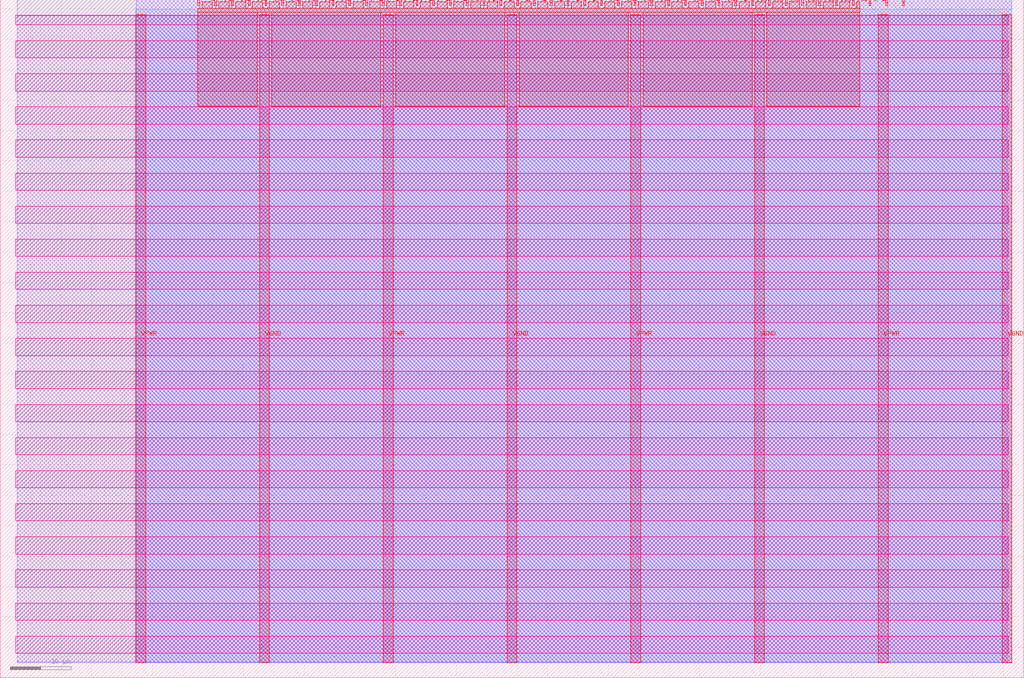
<source format=lef>
VERSION 5.7 ;
  NOWIREEXTENSIONATPIN ON ;
  DIVIDERCHAR "/" ;
  BUSBITCHARS "[]" ;
MACRO tt_um_czlucius_alu
  CLASS BLOCK ;
  FOREIGN tt_um_czlucius_alu ;
  ORIGIN 0.000 0.000 ;
  SIZE 168.360 BY 111.520 ;
  PIN VGND
    DIRECTION INOUT ;
    USE GROUND ;
    PORT
      LAYER met4 ;
        RECT 42.670 2.480 44.270 109.040 ;
    END
    PORT
      LAYER met4 ;
        RECT 83.380 2.480 84.980 109.040 ;
    END
    PORT
      LAYER met4 ;
        RECT 124.090 2.480 125.690 109.040 ;
    END
    PORT
      LAYER met4 ;
        RECT 164.800 2.480 166.400 109.040 ;
    END
  END VGND
  PIN VPWR
    DIRECTION INOUT ;
    USE POWER ;
    PORT
      LAYER met4 ;
        RECT 22.315 2.480 23.915 109.040 ;
    END
    PORT
      LAYER met4 ;
        RECT 63.025 2.480 64.625 109.040 ;
    END
    PORT
      LAYER met4 ;
        RECT 103.735 2.480 105.335 109.040 ;
    END
    PORT
      LAYER met4 ;
        RECT 144.445 2.480 146.045 109.040 ;
    END
  END VPWR
  PIN clk
    DIRECTION INPUT ;
    USE SIGNAL ;
    PORT
      LAYER met4 ;
        RECT 145.670 110.520 145.970 111.520 ;
    END
  END clk
  PIN ena
    DIRECTION INPUT ;
    USE SIGNAL ;
    PORT
      LAYER met4 ;
        RECT 148.430 110.520 148.730 111.520 ;
    END
  END ena
  PIN rst_n
    DIRECTION INPUT ;
    USE SIGNAL ;
    PORT
      LAYER met4 ;
        RECT 142.910 110.520 143.210 111.520 ;
    END
  END rst_n
  PIN ui_in[0]
    DIRECTION INPUT ;
    USE SIGNAL ;
    ANTENNAGATEAREA 0.126000 ;
    PORT
      LAYER met4 ;
        RECT 140.150 110.520 140.450 111.520 ;
    END
  END ui_in[0]
  PIN ui_in[1]
    DIRECTION INPUT ;
    USE SIGNAL ;
    ANTENNAGATEAREA 0.159000 ;
    PORT
      LAYER met4 ;
        RECT 137.390 110.520 137.690 111.520 ;
    END
  END ui_in[1]
  PIN ui_in[2]
    DIRECTION INPUT ;
    USE SIGNAL ;
    ANTENNAGATEAREA 0.126000 ;
    PORT
      LAYER met4 ;
        RECT 134.630 110.520 134.930 111.520 ;
    END
  END ui_in[2]
  PIN ui_in[3]
    DIRECTION INPUT ;
    USE SIGNAL ;
    ANTENNAGATEAREA 0.213000 ;
    PORT
      LAYER met4 ;
        RECT 131.870 110.520 132.170 111.520 ;
    END
  END ui_in[3]
  PIN ui_in[4]
    DIRECTION INPUT ;
    USE SIGNAL ;
    ANTENNAGATEAREA 0.196500 ;
    PORT
      LAYER met4 ;
        RECT 129.110 110.520 129.410 111.520 ;
    END
  END ui_in[4]
  PIN ui_in[5]
    DIRECTION INPUT ;
    USE SIGNAL ;
    ANTENNAGATEAREA 0.196500 ;
    PORT
      LAYER met4 ;
        RECT 126.350 110.520 126.650 111.520 ;
    END
  END ui_in[5]
  PIN ui_in[6]
    DIRECTION INPUT ;
    USE SIGNAL ;
    ANTENNAGATEAREA 0.196500 ;
    PORT
      LAYER met4 ;
        RECT 123.590 110.520 123.890 111.520 ;
    END
  END ui_in[6]
  PIN ui_in[7]
    DIRECTION INPUT ;
    USE SIGNAL ;
    ANTENNAGATEAREA 0.213000 ;
    PORT
      LAYER met4 ;
        RECT 120.830 110.520 121.130 111.520 ;
    END
  END ui_in[7]
  PIN uio_in[0]
    DIRECTION INPUT ;
    USE SIGNAL ;
    ANTENNAGATEAREA 0.213000 ;
    PORT
      LAYER met4 ;
        RECT 118.070 110.520 118.370 111.520 ;
    END
  END uio_in[0]
  PIN uio_in[1]
    DIRECTION INPUT ;
    USE SIGNAL ;
    ANTENNAGATEAREA 0.159000 ;
    PORT
      LAYER met4 ;
        RECT 115.310 110.520 115.610 111.520 ;
    END
  END uio_in[1]
  PIN uio_in[2]
    DIRECTION INPUT ;
    USE SIGNAL ;
    ANTENNAGATEAREA 0.196500 ;
    PORT
      LAYER met4 ;
        RECT 112.550 110.520 112.850 111.520 ;
    END
  END uio_in[2]
  PIN uio_in[3]
    DIRECTION INPUT ;
    USE SIGNAL ;
    ANTENNAGATEAREA 0.196500 ;
    PORT
      LAYER met4 ;
        RECT 109.790 110.520 110.090 111.520 ;
    END
  END uio_in[3]
  PIN uio_in[4]
    DIRECTION INPUT ;
    USE SIGNAL ;
    ANTENNAGATEAREA 0.196500 ;
    PORT
      LAYER met4 ;
        RECT 107.030 110.520 107.330 111.520 ;
    END
  END uio_in[4]
  PIN uio_in[5]
    DIRECTION INPUT ;
    USE SIGNAL ;
    ANTENNAGATEAREA 0.196500 ;
    PORT
      LAYER met4 ;
        RECT 104.270 110.520 104.570 111.520 ;
    END
  END uio_in[5]
  PIN uio_in[6]
    DIRECTION INPUT ;
    USE SIGNAL ;
    ANTENNAGATEAREA 0.196500 ;
    PORT
      LAYER met4 ;
        RECT 101.510 110.520 101.810 111.520 ;
    END
  END uio_in[6]
  PIN uio_in[7]
    DIRECTION INPUT ;
    USE SIGNAL ;
    ANTENNAGATEAREA 0.196500 ;
    PORT
      LAYER met4 ;
        RECT 98.750 110.520 99.050 111.520 ;
    END
  END uio_in[7]
  PIN uio_oe[0]
    DIRECTION OUTPUT TRISTATE ;
    USE SIGNAL ;
    PORT
      LAYER met4 ;
        RECT 51.830 110.520 52.130 111.520 ;
    END
  END uio_oe[0]
  PIN uio_oe[1]
    DIRECTION OUTPUT TRISTATE ;
    USE SIGNAL ;
    PORT
      LAYER met4 ;
        RECT 49.070 110.520 49.370 111.520 ;
    END
  END uio_oe[1]
  PIN uio_oe[2]
    DIRECTION OUTPUT TRISTATE ;
    USE SIGNAL ;
    PORT
      LAYER met4 ;
        RECT 46.310 110.520 46.610 111.520 ;
    END
  END uio_oe[2]
  PIN uio_oe[3]
    DIRECTION OUTPUT TRISTATE ;
    USE SIGNAL ;
    PORT
      LAYER met4 ;
        RECT 43.550 110.520 43.850 111.520 ;
    END
  END uio_oe[3]
  PIN uio_oe[4]
    DIRECTION OUTPUT TRISTATE ;
    USE SIGNAL ;
    PORT
      LAYER met4 ;
        RECT 40.790 110.520 41.090 111.520 ;
    END
  END uio_oe[4]
  PIN uio_oe[5]
    DIRECTION OUTPUT TRISTATE ;
    USE SIGNAL ;
    PORT
      LAYER met4 ;
        RECT 38.030 110.520 38.330 111.520 ;
    END
  END uio_oe[5]
  PIN uio_oe[6]
    DIRECTION OUTPUT TRISTATE ;
    USE SIGNAL ;
    PORT
      LAYER met4 ;
        RECT 35.270 110.520 35.570 111.520 ;
    END
  END uio_oe[6]
  PIN uio_oe[7]
    DIRECTION OUTPUT TRISTATE ;
    USE SIGNAL ;
    PORT
      LAYER met4 ;
        RECT 32.510 110.520 32.810 111.520 ;
    END
  END uio_oe[7]
  PIN uio_out[0]
    DIRECTION OUTPUT TRISTATE ;
    USE SIGNAL ;
    PORT
      LAYER met4 ;
        RECT 73.910 110.520 74.210 111.520 ;
    END
  END uio_out[0]
  PIN uio_out[1]
    DIRECTION OUTPUT TRISTATE ;
    USE SIGNAL ;
    PORT
      LAYER met4 ;
        RECT 71.150 110.520 71.450 111.520 ;
    END
  END uio_out[1]
  PIN uio_out[2]
    DIRECTION OUTPUT TRISTATE ;
    USE SIGNAL ;
    PORT
      LAYER met4 ;
        RECT 68.390 110.520 68.690 111.520 ;
    END
  END uio_out[2]
  PIN uio_out[3]
    DIRECTION OUTPUT TRISTATE ;
    USE SIGNAL ;
    PORT
      LAYER met4 ;
        RECT 65.630 110.520 65.930 111.520 ;
    END
  END uio_out[3]
  PIN uio_out[4]
    DIRECTION OUTPUT TRISTATE ;
    USE SIGNAL ;
    PORT
      LAYER met4 ;
        RECT 62.870 110.520 63.170 111.520 ;
    END
  END uio_out[4]
  PIN uio_out[5]
    DIRECTION OUTPUT TRISTATE ;
    USE SIGNAL ;
    PORT
      LAYER met4 ;
        RECT 60.110 110.520 60.410 111.520 ;
    END
  END uio_out[5]
  PIN uio_out[6]
    DIRECTION OUTPUT TRISTATE ;
    USE SIGNAL ;
    PORT
      LAYER met4 ;
        RECT 57.350 110.520 57.650 111.520 ;
    END
  END uio_out[6]
  PIN uio_out[7]
    DIRECTION OUTPUT TRISTATE ;
    USE SIGNAL ;
    PORT
      LAYER met4 ;
        RECT 54.590 110.520 54.890 111.520 ;
    END
  END uio_out[7]
  PIN uo_out[0]
    DIRECTION OUTPUT TRISTATE ;
    USE SIGNAL ;
    ANTENNADIFFAREA 0.891000 ;
    PORT
      LAYER met4 ;
        RECT 95.990 110.520 96.290 111.520 ;
    END
  END uo_out[0]
  PIN uo_out[1]
    DIRECTION OUTPUT TRISTATE ;
    USE SIGNAL ;
    ANTENNADIFFAREA 0.924000 ;
    PORT
      LAYER met4 ;
        RECT 93.230 110.520 93.530 111.520 ;
    END
  END uo_out[1]
  PIN uo_out[2]
    DIRECTION OUTPUT TRISTATE ;
    USE SIGNAL ;
    ANTENNADIFFAREA 1.484000 ;
    PORT
      LAYER met4 ;
        RECT 90.470 110.520 90.770 111.520 ;
    END
  END uo_out[2]
  PIN uo_out[3]
    DIRECTION OUTPUT TRISTATE ;
    USE SIGNAL ;
    ANTENNADIFFAREA 1.683800 ;
    PORT
      LAYER met4 ;
        RECT 87.710 110.520 88.010 111.520 ;
    END
  END uo_out[3]
  PIN uo_out[4]
    DIRECTION OUTPUT TRISTATE ;
    USE SIGNAL ;
    ANTENNADIFFAREA 0.891000 ;
    PORT
      LAYER met4 ;
        RECT 84.950 110.520 85.250 111.520 ;
    END
  END uo_out[4]
  PIN uo_out[5]
    DIRECTION OUTPUT TRISTATE ;
    USE SIGNAL ;
    ANTENNADIFFAREA 0.933750 ;
    PORT
      LAYER met4 ;
        RECT 82.190 110.520 82.490 111.520 ;
    END
  END uo_out[5]
  PIN uo_out[6]
    DIRECTION OUTPUT TRISTATE ;
    USE SIGNAL ;
    ANTENNADIFFAREA 1.431000 ;
    PORT
      LAYER met4 ;
        RECT 79.430 110.520 79.730 111.520 ;
    END
  END uo_out[6]
  PIN uo_out[7]
    DIRECTION OUTPUT TRISTATE ;
    USE SIGNAL ;
    ANTENNADIFFAREA 0.924000 ;
    PORT
      LAYER met4 ;
        RECT 76.670 110.520 76.970 111.520 ;
    END
  END uo_out[7]
  OBS
      LAYER nwell ;
        RECT 2.570 107.385 165.790 108.990 ;
        RECT 2.570 101.945 165.790 104.775 ;
        RECT 2.570 96.505 165.790 99.335 ;
        RECT 2.570 91.065 165.790 93.895 ;
        RECT 2.570 85.625 165.790 88.455 ;
        RECT 2.570 80.185 165.790 83.015 ;
        RECT 2.570 74.745 165.790 77.575 ;
        RECT 2.570 69.305 165.790 72.135 ;
        RECT 2.570 63.865 165.790 66.695 ;
        RECT 2.570 58.425 165.790 61.255 ;
        RECT 2.570 52.985 165.790 55.815 ;
        RECT 2.570 47.545 165.790 50.375 ;
        RECT 2.570 42.105 165.790 44.935 ;
        RECT 2.570 36.665 165.790 39.495 ;
        RECT 2.570 31.225 165.790 34.055 ;
        RECT 2.570 25.785 165.790 28.615 ;
        RECT 2.570 20.345 165.790 23.175 ;
        RECT 2.570 14.905 165.790 17.735 ;
        RECT 2.570 9.465 165.790 12.295 ;
        RECT 2.570 4.025 165.790 6.855 ;
      LAYER li1 ;
        RECT 2.760 2.635 165.600 108.885 ;
      LAYER met1 ;
        RECT 2.760 2.480 166.400 111.480 ;
      LAYER met2 ;
        RECT 22.345 2.535 166.370 111.510 ;
      LAYER met3 ;
        RECT 22.325 2.555 166.390 109.985 ;
      LAYER met4 ;
        RECT 33.210 110.120 34.870 111.170 ;
        RECT 35.970 110.120 37.630 111.170 ;
        RECT 38.730 110.120 40.390 111.170 ;
        RECT 41.490 110.120 43.150 111.170 ;
        RECT 44.250 110.120 45.910 111.170 ;
        RECT 47.010 110.120 48.670 111.170 ;
        RECT 49.770 110.120 51.430 111.170 ;
        RECT 52.530 110.120 54.190 111.170 ;
        RECT 55.290 110.120 56.950 111.170 ;
        RECT 58.050 110.120 59.710 111.170 ;
        RECT 60.810 110.120 62.470 111.170 ;
        RECT 63.570 110.120 65.230 111.170 ;
        RECT 66.330 110.120 67.990 111.170 ;
        RECT 69.090 110.120 70.750 111.170 ;
        RECT 71.850 110.120 73.510 111.170 ;
        RECT 74.610 110.120 76.270 111.170 ;
        RECT 77.370 110.120 79.030 111.170 ;
        RECT 80.130 110.120 81.790 111.170 ;
        RECT 82.890 110.120 84.550 111.170 ;
        RECT 85.650 110.120 87.310 111.170 ;
        RECT 88.410 110.120 90.070 111.170 ;
        RECT 91.170 110.120 92.830 111.170 ;
        RECT 93.930 110.120 95.590 111.170 ;
        RECT 96.690 110.120 98.350 111.170 ;
        RECT 99.450 110.120 101.110 111.170 ;
        RECT 102.210 110.120 103.870 111.170 ;
        RECT 104.970 110.120 106.630 111.170 ;
        RECT 107.730 110.120 109.390 111.170 ;
        RECT 110.490 110.120 112.150 111.170 ;
        RECT 113.250 110.120 114.910 111.170 ;
        RECT 116.010 110.120 117.670 111.170 ;
        RECT 118.770 110.120 120.430 111.170 ;
        RECT 121.530 110.120 123.190 111.170 ;
        RECT 124.290 110.120 125.950 111.170 ;
        RECT 127.050 110.120 128.710 111.170 ;
        RECT 129.810 110.120 131.470 111.170 ;
        RECT 132.570 110.120 134.230 111.170 ;
        RECT 135.330 110.120 136.990 111.170 ;
        RECT 138.090 110.120 139.750 111.170 ;
        RECT 140.850 110.120 141.385 111.170 ;
        RECT 32.495 109.440 141.385 110.120 ;
        RECT 32.495 94.015 42.270 109.440 ;
        RECT 44.670 94.015 62.625 109.440 ;
        RECT 65.025 94.015 82.980 109.440 ;
        RECT 85.380 94.015 103.335 109.440 ;
        RECT 105.735 94.015 123.690 109.440 ;
        RECT 126.090 94.015 141.385 109.440 ;
  END
END tt_um_czlucius_alu
END LIBRARY


</source>
